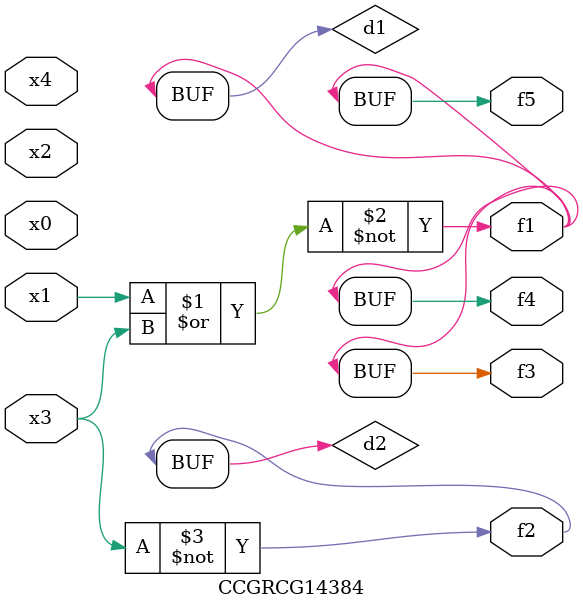
<source format=v>
module CCGRCG14384(
	input x0, x1, x2, x3, x4,
	output f1, f2, f3, f4, f5
);

	wire d1, d2;

	nor (d1, x1, x3);
	not (d2, x3);
	assign f1 = d1;
	assign f2 = d2;
	assign f3 = d1;
	assign f4 = d1;
	assign f5 = d1;
endmodule

</source>
